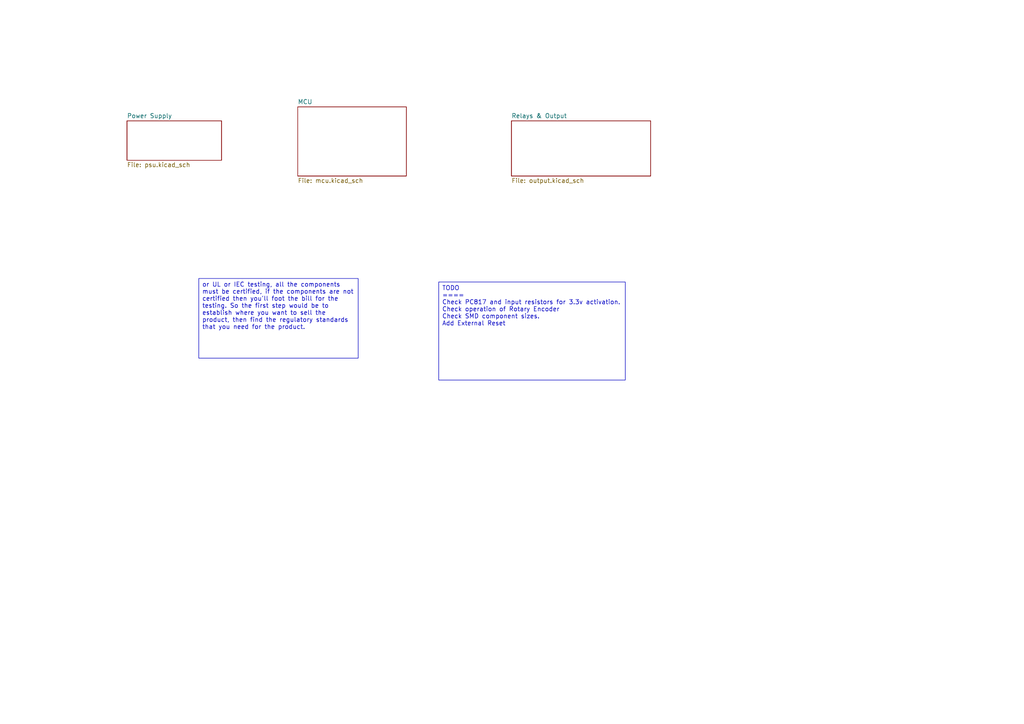
<source format=kicad_sch>
(kicad_sch (version 20230121) (generator eeschema)
  (paper "A4")
  (lib_symbols)
  (text_box "or UL or IEC testing, all the components must be certified, if the components are not certified then you'll foot the bill for the testing. So the first step would be to establish where you want to sell the product, then find the regulatory standards that you need for the product." (at 57.658 80.772 0) (size 46.228 23.114) (effects (font (size 1.27 1.27)) (justify left top)))
  (text_box "TODO\n====\nCheck PC817 and input resistors for 3.3v activation.\nCheck operation of Rotary Encoder\nCheck SMD component sizes.\nAdd External Reset\n" (at 127.254 81.788 0) (size 54.102 28.448) (effects (font (size 1.27 1.27)) (justify left top)))
  (sheet (at 148.336 35.052) (size 40.386 16.002) (stroke (width 0.1524))
    (property "Sheetname" "Relays & Output" (at 148.336 34.3404 0) (effects (justify left bottom)))
    (property "Sheetfile" "output.kicad_sch" (at 148.336 51.6386 0) (effects (justify left top)))
  )
  (sheet (at 36.83 35.052) (size 27.432 11.43) (stroke (width 0.1524))
    (property "Sheetname" "Power Supply" (at 36.83 34.3404 0) (effects (justify left bottom)))
    (property "Sheetfile" "psu.kicad_sch" (at 36.83 47.0666 0) (effects (justify left top)))
  )
  (sheet (at 86.36 30.988) (size 31.496 20.066) (stroke (width 0.1524))
    (property "Sheetname" "MCU" (at 86.36 30.2764 0) (effects (justify left bottom)))
    (property "Sheetfile" "mcu.kicad_sch" (at 86.36 51.6386 0) (effects (justify left top)))
  )
)
</source>
